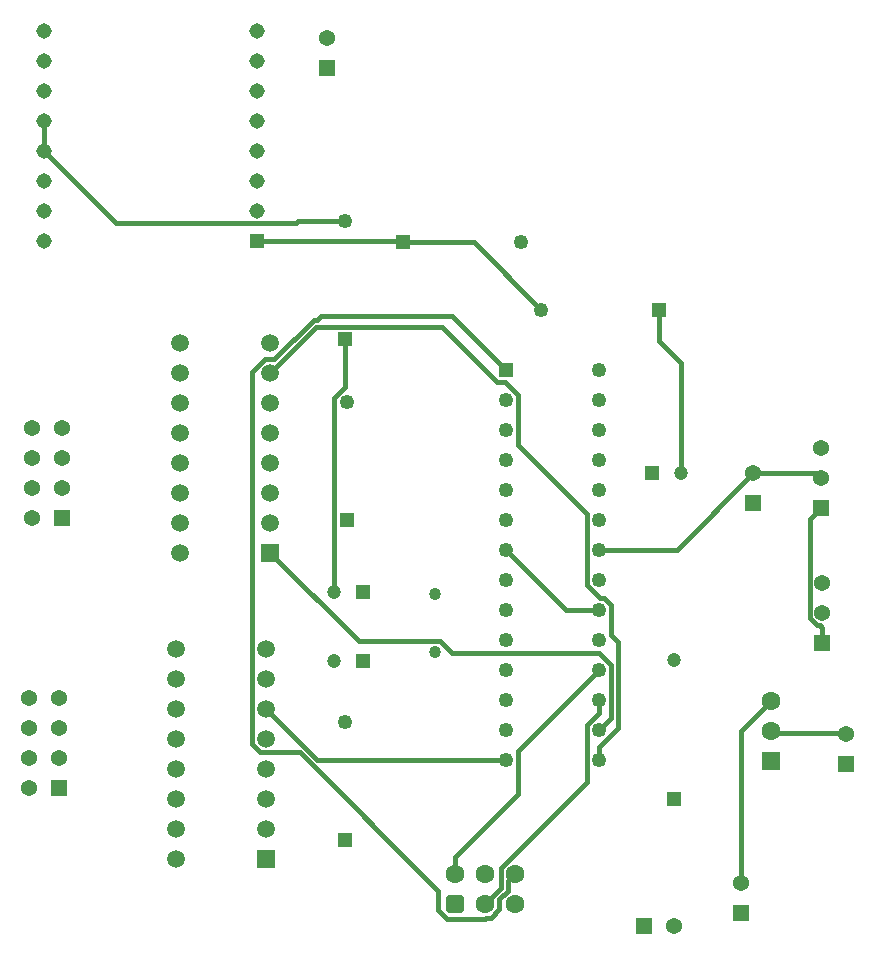
<source format=gbl>
G04*
G04 #@! TF.GenerationSoftware,Altium Limited,Altium Designer,25.4.2 (15)*
G04*
G04 Layer_Physical_Order=2*
G04 Layer_Color=16711680*
%FSLAX44Y44*%
%MOMM*%
G71*
G04*
G04 #@! TF.SameCoordinates,01B0A323-818B-4BD1-A514-40CDB6C32803*
G04*
G04*
G04 #@! TF.FilePolarity,Positive*
G04*
G01*
G75*
%ADD16C,1.2500*%
%ADD17R,1.2500X1.2500*%
%ADD18R,1.2500X1.2500*%
%ADD27C,1.2000*%
%ADD28R,1.2000X1.2000*%
%ADD29R,1.2000X1.2000*%
%ADD35C,0.3810*%
%ADD36R,1.3700X1.3700*%
%ADD37C,1.3700*%
%ADD38C,1.3080*%
%ADD39R,1.3080X1.3080*%
%ADD40C,1.6000*%
G04:AMPARAMS|DCode=41|XSize=1.6mm|YSize=1.6mm|CornerRadius=0.4mm|HoleSize=0mm|Usage=FLASHONLY|Rotation=0.000|XOffset=0mm|YOffset=0mm|HoleType=Round|Shape=RoundedRectangle|*
%AMROUNDEDRECTD41*
21,1,1.6000,0.8000,0,0,0.0*
21,1,0.8000,1.6000,0,0,0.0*
1,1,0.8000,0.4000,-0.4000*
1,1,0.8000,-0.4000,-0.4000*
1,1,0.8000,-0.4000,0.4000*
1,1,0.8000,0.4000,0.4000*
%
%ADD41ROUNDEDRECTD41*%
%ADD42R,1.3700X1.3700*%
%ADD43R,1.6000X1.6000*%
%ADD44C,1.5000*%
%ADD45R,1.5000X1.5000*%
%ADD46C,1.0300*%
D16*
X312420Y207480D02*
D03*
X313690Y477990D02*
D03*
X461480Y613410D02*
D03*
X478320Y556260D02*
D03*
X312420Y631660D02*
D03*
X448310Y480060D02*
D03*
Y454660D02*
D03*
Y429260D02*
D03*
Y403860D02*
D03*
Y378460D02*
D03*
Y353060D02*
D03*
Y327660D02*
D03*
Y302260D02*
D03*
Y276860D02*
D03*
Y251460D02*
D03*
Y226060D02*
D03*
Y200660D02*
D03*
Y175260D02*
D03*
X527050D02*
D03*
Y200660D02*
D03*
Y226060D02*
D03*
Y251460D02*
D03*
Y276860D02*
D03*
Y302260D02*
D03*
Y327660D02*
D03*
Y353060D02*
D03*
Y378460D02*
D03*
Y403860D02*
D03*
Y429260D02*
D03*
Y454660D02*
D03*
Y480060D02*
D03*
Y505460D02*
D03*
D17*
X312420Y107480D02*
D03*
X313690Y377990D02*
D03*
X312420Y531660D02*
D03*
D18*
X361480Y613410D02*
D03*
X578320Y556260D02*
D03*
X448310Y505460D02*
D03*
D27*
X596700Y417830D02*
D03*
X590550Y259560D02*
D03*
X302660Y317500D02*
D03*
Y259080D02*
D03*
D28*
X571700Y417830D02*
D03*
X327660Y317500D02*
D03*
Y259080D02*
D03*
D29*
X590550Y141760D02*
D03*
D35*
X578320Y529520D02*
X596700Y511140D01*
X578320Y529520D02*
Y556260D01*
X361480Y613410D02*
X421170D01*
X478320Y556260D01*
X402590Y551180D02*
X448310Y505460D01*
X292100Y551180D02*
X402590D01*
X288609Y547689D02*
X292100Y551180D01*
X285427Y547689D02*
X288609D01*
X252095Y514357D02*
X285427Y547689D01*
X244183Y514357D02*
X252095D01*
X233673Y503847D02*
X244183Y514357D01*
X233673Y213703D02*
Y503847D01*
Y213703D02*
X233680Y213696D01*
Y197959D02*
Y213696D01*
X233673Y197952D02*
X233680Y197959D01*
X233673Y188303D02*
Y197952D01*
Y188303D02*
X240373Y181603D01*
X273685D01*
X391160Y64128D01*
Y48085D02*
Y64128D01*
Y48085D02*
X398605Y40640D01*
X430530D01*
X431293Y41403D01*
X435475D01*
X442467Y48396D01*
Y57015D01*
X449835Y64383D01*
Y72645D01*
X455930Y78740D01*
X287847Y541847D02*
X393855D01*
X248920Y502920D02*
X287847Y541847D01*
X393855D02*
X440429Y495273D01*
X405130Y78740D02*
Y92748D01*
X458497Y146115D01*
X430530Y53340D02*
X443993Y66803D01*
Y83685D02*
X516863Y156554D01*
X443993Y66803D02*
Y83685D01*
X312420Y491127D02*
Y531660D01*
X302660Y481367D02*
X312420Y491127D01*
X302660Y317500D02*
Y481367D01*
X735330Y198120D02*
X736600Y196850D01*
X674370Y198120D02*
X735330D01*
X673100Y199390D02*
X674370Y198120D01*
X593090Y353060D02*
X657860Y417830D01*
X596700D02*
Y511140D01*
X705493Y379103D02*
X715010Y388620D01*
X705493Y295252D02*
Y379103D01*
Y295252D02*
X711812Y288933D01*
X714048D01*
X716280Y286701D01*
Y274320D02*
Y286701D01*
X647700Y199390D02*
X673100Y224790D01*
X647700Y71120D02*
Y199390D01*
X57150Y690880D02*
Y716280D01*
Y690880D02*
X118427Y629603D01*
X270581D01*
X272638Y631660D01*
X312420D01*
X360210Y614680D02*
X361480Y613410D01*
X237490Y614680D02*
X360210D01*
X458497Y441906D02*
Y484280D01*
Y441906D02*
X516863Y383540D01*
Y323440D02*
Y383540D01*
Y323440D02*
X527856Y312447D01*
X531270D01*
X537237Y306480D01*
Y281080D02*
Y306480D01*
Y281080D02*
X543079Y275238D01*
X448310Y353060D02*
X499110Y302260D01*
X527050D01*
X440429Y495273D02*
X447504D01*
X458497Y484280D01*
X543079Y202282D02*
Y275238D01*
X527050Y186253D02*
X543079Y202282D01*
X527050Y175260D02*
Y186253D01*
X402741Y265430D02*
X527487D01*
X537237Y255680D01*
Y210847D02*
Y255680D01*
X248920Y350520D02*
X323653Y275787D01*
X392384D01*
X402741Y265430D01*
X527050Y200660D02*
X537237Y210847D01*
X516863Y156554D02*
Y204880D01*
X527050Y215067D01*
Y226060D01*
X458497Y146115D02*
Y182907D01*
X527050Y251460D01*
X711200Y417830D02*
X715010Y414020D01*
X657860Y417830D02*
X711200D01*
X527050Y353060D02*
X593090D01*
X245110Y218440D02*
X288290Y175260D01*
X448310D01*
D36*
X716280Y274320D02*
D03*
X715010Y388620D02*
D03*
X657860Y392430D02*
D03*
X297180Y760730D02*
D03*
X647700Y45720D02*
D03*
X736600Y171450D02*
D03*
D37*
X716280Y299720D02*
D03*
Y325120D02*
D03*
X715010Y414020D02*
D03*
Y439420D02*
D03*
X657860Y417830D02*
D03*
X297180Y786130D02*
D03*
X590550Y34290D02*
D03*
X647700Y71120D02*
D03*
X736600Y196850D02*
D03*
X46990Y379730D02*
D03*
X72390Y405130D02*
D03*
X46990D02*
D03*
X72390Y430530D02*
D03*
X46990D02*
D03*
X72390Y455930D02*
D03*
X46990D02*
D03*
X44450Y151130D02*
D03*
X69850Y176530D02*
D03*
X44450D02*
D03*
X69850Y201930D02*
D03*
X44450D02*
D03*
X69850Y227330D02*
D03*
X44450D02*
D03*
D38*
X237490Y690880D02*
D03*
Y716280D02*
D03*
X57150Y690880D02*
D03*
Y716280D02*
D03*
X237490Y741680D02*
D03*
Y665480D02*
D03*
X57150D02*
D03*
Y741680D02*
D03*
X237490Y640080D02*
D03*
X57150D02*
D03*
X237490Y767080D02*
D03*
X57150D02*
D03*
Y614680D02*
D03*
X237490Y792480D02*
D03*
X57150D02*
D03*
D39*
X237490Y614680D02*
D03*
D40*
X455930Y78740D02*
D03*
Y53340D02*
D03*
X430530Y78740D02*
D03*
Y53340D02*
D03*
X405130Y78740D02*
D03*
X673100Y224790D02*
D03*
Y199390D02*
D03*
D41*
X405130Y53340D02*
D03*
D42*
X565150Y34290D02*
D03*
X72390Y379730D02*
D03*
X69850Y151130D02*
D03*
D43*
X673100Y173990D02*
D03*
D44*
X172720Y528320D02*
D03*
Y502920D02*
D03*
Y477520D02*
D03*
Y452120D02*
D03*
Y426720D02*
D03*
Y401320D02*
D03*
Y375920D02*
D03*
Y350520D02*
D03*
X248920Y528320D02*
D03*
Y502920D02*
D03*
Y477520D02*
D03*
Y452120D02*
D03*
Y426720D02*
D03*
Y401320D02*
D03*
Y375920D02*
D03*
X168910Y269240D02*
D03*
Y243840D02*
D03*
Y218440D02*
D03*
Y193040D02*
D03*
Y167640D02*
D03*
Y142240D02*
D03*
Y116840D02*
D03*
Y91440D02*
D03*
X245110Y269240D02*
D03*
Y243840D02*
D03*
Y218440D02*
D03*
Y193040D02*
D03*
Y167640D02*
D03*
Y142240D02*
D03*
Y116840D02*
D03*
D45*
X248920Y350520D02*
D03*
X245110Y91440D02*
D03*
D46*
X388620Y266700D02*
D03*
Y315500D02*
D03*
M02*

</source>
